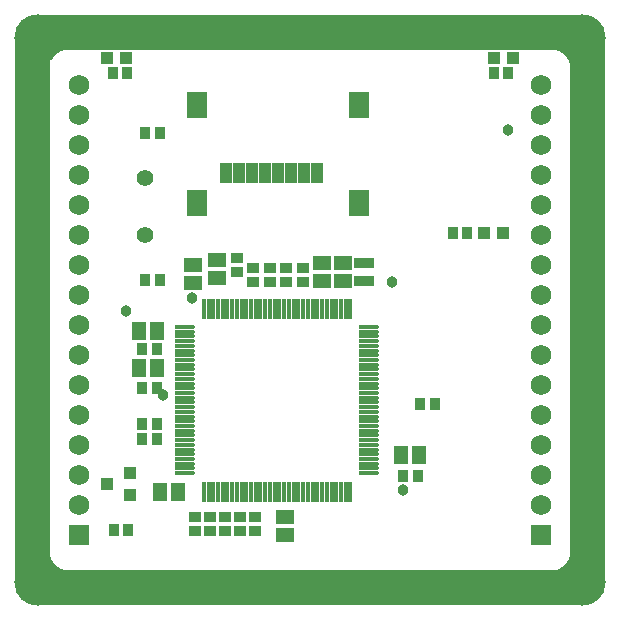
<source format=gts>
G04 Layer_Color=20142*
%FSLAX23Y23*%
%MOIN*%
G70*
G01*
G75*
%ADD38C,0.158*%
%ADD48R,0.065X0.087*%
%ADD49R,0.039X0.067*%
%ADD50R,0.038X0.041*%
%ADD51R,0.049X0.061*%
%ADD52R,0.061X0.049*%
%ADD53C,0.038*%
%ADD54R,0.036X0.041*%
%ADD55R,0.039X0.039*%
%ADD56O,0.016X0.067*%
%ADD57O,0.067X0.016*%
%ADD58R,0.041X0.036*%
%ADD59R,0.065X0.036*%
%ADD60R,0.043X0.039*%
%ADD61C,0.069*%
%ADD62R,0.069X0.069*%
%ADD63C,0.056*%
%ADD64C,0.058*%
G36*
X1890Y1969D02*
X1890Y1890D01*
X1969D01*
X1969Y79D01*
X1890D01*
Y-0D01*
X79Y-0D01*
Y79D01*
X-0Y79D01*
X-0Y1890D01*
X79Y1890D01*
X79Y1969D01*
X1890Y1969D01*
D02*
G37*
%LPC*%
G36*
X1850Y118D02*
X1850Y118D01*
X1850D01*
Y118D01*
D02*
G37*
G36*
X118Y1850D02*
D01*
Y1794D01*
D01*
Y1791D01*
D01*
X118Y174D01*
X119Y166D01*
X122Y154D01*
X128Y144D01*
X135Y135D01*
X144Y128D01*
X154Y122D01*
X166Y119D01*
X174Y118D01*
X177D01*
D01*
X1794Y118D01*
X1803Y119D01*
X1814Y122D01*
X1824Y128D01*
X1833Y135D01*
X1841Y144D01*
X1846Y154D01*
X1850Y166D01*
X1850Y174D01*
X1850Y1794D01*
X1850Y1803D01*
X1846Y1814D01*
X1841Y1824D01*
X1833Y1833D01*
X1824Y1841D01*
X1814Y1846D01*
X1803Y1850D01*
X1794Y1850D01*
X174Y1850D01*
X166Y1850D01*
X154Y1846D01*
X144Y1841D01*
X135Y1833D01*
X128Y1824D01*
X122Y1814D01*
X119Y1803D01*
X118Y1794D01*
Y1850D01*
D02*
G37*
G36*
X118Y118D02*
Y118D01*
X174D01*
D01*
X118D01*
X118Y118D01*
D02*
G37*
%LPD*%
D38*
X79Y1890D02*
D03*
X79Y79D02*
D03*
X1890D02*
D03*
X1890Y1890D02*
D03*
D48*
X606Y1666D02*
D03*
X606Y1340D02*
D03*
X1149Y1666D02*
D03*
X1149Y1340D02*
D03*
D49*
X704Y1442D02*
D03*
X747D02*
D03*
X791D02*
D03*
X834D02*
D03*
X877D02*
D03*
X921D02*
D03*
X964D02*
D03*
X1007D02*
D03*
D50*
X475Y855D02*
D03*
X425D02*
D03*
X1350Y670D02*
D03*
X1400D02*
D03*
X1295Y430D02*
D03*
X1345D02*
D03*
X475Y725D02*
D03*
X425D02*
D03*
X475Y605D02*
D03*
X425D02*
D03*
X475Y555D02*
D03*
X425D02*
D03*
X485Y1575D02*
D03*
X435D02*
D03*
X485Y1085D02*
D03*
X435D02*
D03*
D51*
X415Y915D02*
D03*
X475D02*
D03*
X485Y376D02*
D03*
X544D02*
D03*
X415Y790D02*
D03*
X475D02*
D03*
X1347Y500D02*
D03*
X1287D02*
D03*
D52*
X595Y1135D02*
D03*
Y1075D02*
D03*
X675Y1150D02*
D03*
Y1090D02*
D03*
X900Y235D02*
D03*
Y295D02*
D03*
X1095Y1140D02*
D03*
Y1080D02*
D03*
X1025Y1140D02*
D03*
Y1080D02*
D03*
D53*
X590Y1025D02*
D03*
X494Y701D02*
D03*
X1295Y385D02*
D03*
X1259Y1079D02*
D03*
X370Y980D02*
D03*
X1643Y1585D02*
D03*
D54*
X1508Y1240D02*
D03*
X1462D02*
D03*
X373Y1775D02*
D03*
X327D02*
D03*
X1597D02*
D03*
X1643D02*
D03*
X378Y250D02*
D03*
X332D02*
D03*
D55*
X1626Y1240D02*
D03*
X1564D02*
D03*
X309Y1825D02*
D03*
X371D02*
D03*
X1661D02*
D03*
X1599D02*
D03*
D56*
X630Y379D02*
D03*
X646D02*
D03*
X662D02*
D03*
X678D02*
D03*
X693D02*
D03*
X709D02*
D03*
X725D02*
D03*
X741D02*
D03*
X756D02*
D03*
X772D02*
D03*
X788D02*
D03*
X804D02*
D03*
X819D02*
D03*
X835D02*
D03*
X851D02*
D03*
X867D02*
D03*
X882D02*
D03*
X898D02*
D03*
X914D02*
D03*
X930D02*
D03*
X945D02*
D03*
X961D02*
D03*
X977D02*
D03*
X993D02*
D03*
X1008D02*
D03*
X1024D02*
D03*
X1040D02*
D03*
X1056D02*
D03*
X1071D02*
D03*
X1087D02*
D03*
X1103D02*
D03*
X1119D02*
D03*
Y989D02*
D03*
X1103D02*
D03*
X1087D02*
D03*
X1071D02*
D03*
X1056Y989D02*
D03*
X1040D02*
D03*
X1024D02*
D03*
X1008Y989D02*
D03*
X993Y989D02*
D03*
X977Y989D02*
D03*
X961D02*
D03*
X945Y989D02*
D03*
X930Y989D02*
D03*
X914D02*
D03*
X898D02*
D03*
X882D02*
D03*
X867Y989D02*
D03*
X851Y989D02*
D03*
X835Y989D02*
D03*
X819Y989D02*
D03*
X804Y989D02*
D03*
X788Y989D02*
D03*
X772Y989D02*
D03*
X756Y989D02*
D03*
X741D02*
D03*
X725D02*
D03*
X709D02*
D03*
X693D02*
D03*
X678Y989D02*
D03*
X662D02*
D03*
X646D02*
D03*
X630D02*
D03*
D57*
X1180Y440D02*
D03*
Y456D02*
D03*
Y471D02*
D03*
Y487D02*
D03*
Y519D02*
D03*
Y534D02*
D03*
Y550D02*
D03*
Y566D02*
D03*
Y582D02*
D03*
X1180Y597D02*
D03*
Y613D02*
D03*
X1180Y629D02*
D03*
Y645D02*
D03*
Y660D02*
D03*
Y676D02*
D03*
X1180Y692D02*
D03*
X1180Y708D02*
D03*
X1180Y723D02*
D03*
X1180Y739D02*
D03*
X1180Y755D02*
D03*
X1180Y771D02*
D03*
X1180Y786D02*
D03*
X1180Y802D02*
D03*
X1180Y818D02*
D03*
X1180Y834D02*
D03*
Y849D02*
D03*
Y865D02*
D03*
Y881D02*
D03*
Y897D02*
D03*
X1180Y912D02*
D03*
X1180Y928D02*
D03*
X569Y928D02*
D03*
Y912D02*
D03*
Y897D02*
D03*
X569Y881D02*
D03*
Y865D02*
D03*
Y849D02*
D03*
X569Y834D02*
D03*
Y818D02*
D03*
Y802D02*
D03*
Y786D02*
D03*
X569Y771D02*
D03*
Y755D02*
D03*
X569Y739D02*
D03*
Y723D02*
D03*
Y708D02*
D03*
Y692D02*
D03*
X569Y676D02*
D03*
Y660D02*
D03*
Y645D02*
D03*
X569Y629D02*
D03*
X569Y613D02*
D03*
X569Y597D02*
D03*
X569Y582D02*
D03*
X569Y566D02*
D03*
X569Y550D02*
D03*
X569Y534D02*
D03*
X569Y519D02*
D03*
X569Y503D02*
D03*
X569Y487D02*
D03*
X569Y471D02*
D03*
X569Y456D02*
D03*
X569Y440D02*
D03*
X1180Y503D02*
D03*
D58*
X740Y1112D02*
D03*
Y1158D02*
D03*
X795Y1077D02*
D03*
Y1123D02*
D03*
X850Y1077D02*
D03*
Y1123D02*
D03*
X905Y1077D02*
D03*
Y1123D02*
D03*
X960Y1077D02*
D03*
Y1123D02*
D03*
X600Y247D02*
D03*
Y293D02*
D03*
X650D02*
D03*
Y247D02*
D03*
X700Y293D02*
D03*
Y247D02*
D03*
X750D02*
D03*
Y293D02*
D03*
X800Y247D02*
D03*
Y293D02*
D03*
D59*
X1165Y1080D02*
D03*
Y1140D02*
D03*
D60*
X306Y405D02*
D03*
X384Y442D02*
D03*
Y368D02*
D03*
D61*
X1755Y1735D02*
D03*
Y1635D02*
D03*
Y1535D02*
D03*
Y1435D02*
D03*
Y1335D02*
D03*
Y1235D02*
D03*
Y1135D02*
D03*
Y1035D02*
D03*
Y935D02*
D03*
Y835D02*
D03*
Y735D02*
D03*
Y635D02*
D03*
Y535D02*
D03*
Y435D02*
D03*
Y335D02*
D03*
X215Y1735D02*
D03*
Y1635D02*
D03*
Y1535D02*
D03*
Y1435D02*
D03*
Y1335D02*
D03*
Y1235D02*
D03*
Y1135D02*
D03*
Y1035D02*
D03*
Y935D02*
D03*
Y835D02*
D03*
Y735D02*
D03*
Y635D02*
D03*
Y535D02*
D03*
Y435D02*
D03*
Y335D02*
D03*
D62*
X1755Y235D02*
D03*
X215D02*
D03*
D63*
X435Y1235D02*
D03*
Y1425D02*
D03*
D64*
X244Y59D02*
D03*
X429D02*
D03*
X614D02*
D03*
X799D02*
D03*
X984D02*
D03*
X1169D02*
D03*
X1354D02*
D03*
X1539D02*
D03*
X1724D02*
D03*
X1909Y244D02*
D03*
Y429D02*
D03*
Y614D02*
D03*
Y799D02*
D03*
Y984D02*
D03*
Y1169D02*
D03*
Y1354D02*
D03*
Y1539D02*
D03*
Y1724D02*
D03*
X1724Y1909D02*
D03*
X1539D02*
D03*
X1354D02*
D03*
X1169D02*
D03*
X984D02*
D03*
X799D02*
D03*
X614D02*
D03*
X429D02*
D03*
X244D02*
D03*
X59Y1539D02*
D03*
Y1354D02*
D03*
Y1169D02*
D03*
Y984D02*
D03*
Y799D02*
D03*
Y614D02*
D03*
Y429D02*
D03*
Y244D02*
D03*
X59Y1724D02*
D03*
M02*

</source>
